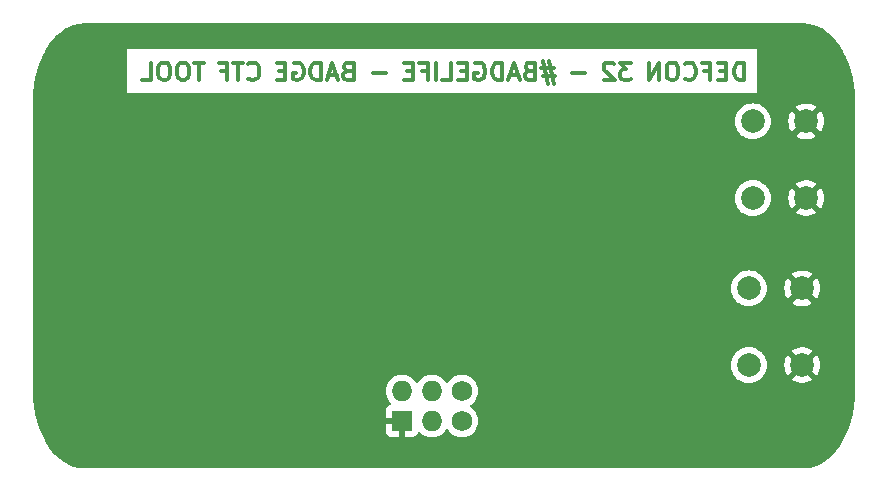
<source format=gbr>
%TF.GenerationSoftware,KiCad,Pcbnew,(7.0.0)*%
%TF.CreationDate,2024-07-03T12:20:39-05:00*%
%TF.ProjectId,DC32H4X0R,44433332-4834-4583-9052-2e6b69636164,rev?*%
%TF.SameCoordinates,Original*%
%TF.FileFunction,Copper,L2,Bot*%
%TF.FilePolarity,Positive*%
%FSLAX46Y46*%
G04 Gerber Fmt 4.6, Leading zero omitted, Abs format (unit mm)*
G04 Created by KiCad (PCBNEW (7.0.0)) date 2024-07-03 12:20:39*
%MOMM*%
%LPD*%
G01*
G04 APERTURE LIST*
%ADD10C,0.300000*%
%TA.AperFunction,NonConductor*%
%ADD11C,0.300000*%
%TD*%
%TA.AperFunction,ComponentPad*%
%ADD12C,1.727200*%
%TD*%
%TA.AperFunction,ComponentPad*%
%ADD13O,1.727200X1.727200*%
%TD*%
%TA.AperFunction,ComponentPad*%
%ADD14R,1.727200X1.727200*%
%TD*%
%TA.AperFunction,ComponentPad*%
%ADD15C,2.000000*%
%TD*%
G04 APERTURE END LIST*
D10*
D11*
X96672857Y-47533571D02*
X96672857Y-46033571D01*
X96672857Y-46033571D02*
X96315714Y-46033571D01*
X96315714Y-46033571D02*
X96101428Y-46105000D01*
X96101428Y-46105000D02*
X95958571Y-46247857D01*
X95958571Y-46247857D02*
X95887142Y-46390714D01*
X95887142Y-46390714D02*
X95815714Y-46676428D01*
X95815714Y-46676428D02*
X95815714Y-46890714D01*
X95815714Y-46890714D02*
X95887142Y-47176428D01*
X95887142Y-47176428D02*
X95958571Y-47319285D01*
X95958571Y-47319285D02*
X96101428Y-47462142D01*
X96101428Y-47462142D02*
X96315714Y-47533571D01*
X96315714Y-47533571D02*
X96672857Y-47533571D01*
X95172857Y-46747857D02*
X94672857Y-46747857D01*
X94458571Y-47533571D02*
X95172857Y-47533571D01*
X95172857Y-47533571D02*
X95172857Y-46033571D01*
X95172857Y-46033571D02*
X94458571Y-46033571D01*
X93315714Y-46747857D02*
X93815714Y-46747857D01*
X93815714Y-47533571D02*
X93815714Y-46033571D01*
X93815714Y-46033571D02*
X93101428Y-46033571D01*
X91672857Y-47390714D02*
X91744285Y-47462142D01*
X91744285Y-47462142D02*
X91958571Y-47533571D01*
X91958571Y-47533571D02*
X92101428Y-47533571D01*
X92101428Y-47533571D02*
X92315714Y-47462142D01*
X92315714Y-47462142D02*
X92458571Y-47319285D01*
X92458571Y-47319285D02*
X92530000Y-47176428D01*
X92530000Y-47176428D02*
X92601428Y-46890714D01*
X92601428Y-46890714D02*
X92601428Y-46676428D01*
X92601428Y-46676428D02*
X92530000Y-46390714D01*
X92530000Y-46390714D02*
X92458571Y-46247857D01*
X92458571Y-46247857D02*
X92315714Y-46105000D01*
X92315714Y-46105000D02*
X92101428Y-46033571D01*
X92101428Y-46033571D02*
X91958571Y-46033571D01*
X91958571Y-46033571D02*
X91744285Y-46105000D01*
X91744285Y-46105000D02*
X91672857Y-46176428D01*
X90744285Y-46033571D02*
X90458571Y-46033571D01*
X90458571Y-46033571D02*
X90315714Y-46105000D01*
X90315714Y-46105000D02*
X90172857Y-46247857D01*
X90172857Y-46247857D02*
X90101428Y-46533571D01*
X90101428Y-46533571D02*
X90101428Y-47033571D01*
X90101428Y-47033571D02*
X90172857Y-47319285D01*
X90172857Y-47319285D02*
X90315714Y-47462142D01*
X90315714Y-47462142D02*
X90458571Y-47533571D01*
X90458571Y-47533571D02*
X90744285Y-47533571D01*
X90744285Y-47533571D02*
X90887143Y-47462142D01*
X90887143Y-47462142D02*
X91030000Y-47319285D01*
X91030000Y-47319285D02*
X91101428Y-47033571D01*
X91101428Y-47033571D02*
X91101428Y-46533571D01*
X91101428Y-46533571D02*
X91030000Y-46247857D01*
X91030000Y-46247857D02*
X90887143Y-46105000D01*
X90887143Y-46105000D02*
X90744285Y-46033571D01*
X89458571Y-47533571D02*
X89458571Y-46033571D01*
X89458571Y-46033571D02*
X88601428Y-47533571D01*
X88601428Y-47533571D02*
X88601428Y-46033571D01*
X87129999Y-46033571D02*
X86201427Y-46033571D01*
X86201427Y-46033571D02*
X86701427Y-46605000D01*
X86701427Y-46605000D02*
X86487142Y-46605000D01*
X86487142Y-46605000D02*
X86344285Y-46676428D01*
X86344285Y-46676428D02*
X86272856Y-46747857D01*
X86272856Y-46747857D02*
X86201427Y-46890714D01*
X86201427Y-46890714D02*
X86201427Y-47247857D01*
X86201427Y-47247857D02*
X86272856Y-47390714D01*
X86272856Y-47390714D02*
X86344285Y-47462142D01*
X86344285Y-47462142D02*
X86487142Y-47533571D01*
X86487142Y-47533571D02*
X86915713Y-47533571D01*
X86915713Y-47533571D02*
X87058570Y-47462142D01*
X87058570Y-47462142D02*
X87129999Y-47390714D01*
X85629999Y-46176428D02*
X85558571Y-46105000D01*
X85558571Y-46105000D02*
X85415714Y-46033571D01*
X85415714Y-46033571D02*
X85058571Y-46033571D01*
X85058571Y-46033571D02*
X84915714Y-46105000D01*
X84915714Y-46105000D02*
X84844285Y-46176428D01*
X84844285Y-46176428D02*
X84772856Y-46319285D01*
X84772856Y-46319285D02*
X84772856Y-46462142D01*
X84772856Y-46462142D02*
X84844285Y-46676428D01*
X84844285Y-46676428D02*
X85701428Y-47533571D01*
X85701428Y-47533571D02*
X84772856Y-47533571D01*
X83230000Y-46962142D02*
X82087143Y-46962142D01*
X80544285Y-46533571D02*
X79472857Y-46533571D01*
X80115714Y-45890714D02*
X80544285Y-47819285D01*
X79615714Y-47176428D02*
X80687142Y-47176428D01*
X80044285Y-47819285D02*
X79615714Y-45890714D01*
X78472857Y-46747857D02*
X78258571Y-46819285D01*
X78258571Y-46819285D02*
X78187142Y-46890714D01*
X78187142Y-46890714D02*
X78115714Y-47033571D01*
X78115714Y-47033571D02*
X78115714Y-47247857D01*
X78115714Y-47247857D02*
X78187142Y-47390714D01*
X78187142Y-47390714D02*
X78258571Y-47462142D01*
X78258571Y-47462142D02*
X78401428Y-47533571D01*
X78401428Y-47533571D02*
X78972857Y-47533571D01*
X78972857Y-47533571D02*
X78972857Y-46033571D01*
X78972857Y-46033571D02*
X78472857Y-46033571D01*
X78472857Y-46033571D02*
X78330000Y-46105000D01*
X78330000Y-46105000D02*
X78258571Y-46176428D01*
X78258571Y-46176428D02*
X78187142Y-46319285D01*
X78187142Y-46319285D02*
X78187142Y-46462142D01*
X78187142Y-46462142D02*
X78258571Y-46605000D01*
X78258571Y-46605000D02*
X78330000Y-46676428D01*
X78330000Y-46676428D02*
X78472857Y-46747857D01*
X78472857Y-46747857D02*
X78972857Y-46747857D01*
X77544285Y-47105000D02*
X76830000Y-47105000D01*
X77687142Y-47533571D02*
X77187142Y-46033571D01*
X77187142Y-46033571D02*
X76687142Y-47533571D01*
X76187143Y-47533571D02*
X76187143Y-46033571D01*
X76187143Y-46033571D02*
X75830000Y-46033571D01*
X75830000Y-46033571D02*
X75615714Y-46105000D01*
X75615714Y-46105000D02*
X75472857Y-46247857D01*
X75472857Y-46247857D02*
X75401428Y-46390714D01*
X75401428Y-46390714D02*
X75330000Y-46676428D01*
X75330000Y-46676428D02*
X75330000Y-46890714D01*
X75330000Y-46890714D02*
X75401428Y-47176428D01*
X75401428Y-47176428D02*
X75472857Y-47319285D01*
X75472857Y-47319285D02*
X75615714Y-47462142D01*
X75615714Y-47462142D02*
X75830000Y-47533571D01*
X75830000Y-47533571D02*
X76187143Y-47533571D01*
X73901428Y-46105000D02*
X74044286Y-46033571D01*
X74044286Y-46033571D02*
X74258571Y-46033571D01*
X74258571Y-46033571D02*
X74472857Y-46105000D01*
X74472857Y-46105000D02*
X74615714Y-46247857D01*
X74615714Y-46247857D02*
X74687143Y-46390714D01*
X74687143Y-46390714D02*
X74758571Y-46676428D01*
X74758571Y-46676428D02*
X74758571Y-46890714D01*
X74758571Y-46890714D02*
X74687143Y-47176428D01*
X74687143Y-47176428D02*
X74615714Y-47319285D01*
X74615714Y-47319285D02*
X74472857Y-47462142D01*
X74472857Y-47462142D02*
X74258571Y-47533571D01*
X74258571Y-47533571D02*
X74115714Y-47533571D01*
X74115714Y-47533571D02*
X73901428Y-47462142D01*
X73901428Y-47462142D02*
X73830000Y-47390714D01*
X73830000Y-47390714D02*
X73830000Y-46890714D01*
X73830000Y-46890714D02*
X74115714Y-46890714D01*
X73187143Y-46747857D02*
X72687143Y-46747857D01*
X72472857Y-47533571D02*
X73187143Y-47533571D01*
X73187143Y-47533571D02*
X73187143Y-46033571D01*
X73187143Y-46033571D02*
X72472857Y-46033571D01*
X71115714Y-47533571D02*
X71830000Y-47533571D01*
X71830000Y-47533571D02*
X71830000Y-46033571D01*
X70615714Y-47533571D02*
X70615714Y-46033571D01*
X69401428Y-46747857D02*
X69901428Y-46747857D01*
X69901428Y-47533571D02*
X69901428Y-46033571D01*
X69901428Y-46033571D02*
X69187142Y-46033571D01*
X68615714Y-46747857D02*
X68115714Y-46747857D01*
X67901428Y-47533571D02*
X68615714Y-47533571D01*
X68615714Y-47533571D02*
X68615714Y-46033571D01*
X68615714Y-46033571D02*
X67901428Y-46033571D01*
X66358571Y-46962142D02*
X65215714Y-46962142D01*
X63101428Y-46747857D02*
X62887142Y-46819285D01*
X62887142Y-46819285D02*
X62815713Y-46890714D01*
X62815713Y-46890714D02*
X62744285Y-47033571D01*
X62744285Y-47033571D02*
X62744285Y-47247857D01*
X62744285Y-47247857D02*
X62815713Y-47390714D01*
X62815713Y-47390714D02*
X62887142Y-47462142D01*
X62887142Y-47462142D02*
X63029999Y-47533571D01*
X63029999Y-47533571D02*
X63601428Y-47533571D01*
X63601428Y-47533571D02*
X63601428Y-46033571D01*
X63601428Y-46033571D02*
X63101428Y-46033571D01*
X63101428Y-46033571D02*
X62958571Y-46105000D01*
X62958571Y-46105000D02*
X62887142Y-46176428D01*
X62887142Y-46176428D02*
X62815713Y-46319285D01*
X62815713Y-46319285D02*
X62815713Y-46462142D01*
X62815713Y-46462142D02*
X62887142Y-46605000D01*
X62887142Y-46605000D02*
X62958571Y-46676428D01*
X62958571Y-46676428D02*
X63101428Y-46747857D01*
X63101428Y-46747857D02*
X63601428Y-46747857D01*
X62172856Y-47105000D02*
X61458571Y-47105000D01*
X62315713Y-47533571D02*
X61815713Y-46033571D01*
X61815713Y-46033571D02*
X61315713Y-47533571D01*
X60815714Y-47533571D02*
X60815714Y-46033571D01*
X60815714Y-46033571D02*
X60458571Y-46033571D01*
X60458571Y-46033571D02*
X60244285Y-46105000D01*
X60244285Y-46105000D02*
X60101428Y-46247857D01*
X60101428Y-46247857D02*
X60029999Y-46390714D01*
X60029999Y-46390714D02*
X59958571Y-46676428D01*
X59958571Y-46676428D02*
X59958571Y-46890714D01*
X59958571Y-46890714D02*
X60029999Y-47176428D01*
X60029999Y-47176428D02*
X60101428Y-47319285D01*
X60101428Y-47319285D02*
X60244285Y-47462142D01*
X60244285Y-47462142D02*
X60458571Y-47533571D01*
X60458571Y-47533571D02*
X60815714Y-47533571D01*
X58529999Y-46105000D02*
X58672857Y-46033571D01*
X58672857Y-46033571D02*
X58887142Y-46033571D01*
X58887142Y-46033571D02*
X59101428Y-46105000D01*
X59101428Y-46105000D02*
X59244285Y-46247857D01*
X59244285Y-46247857D02*
X59315714Y-46390714D01*
X59315714Y-46390714D02*
X59387142Y-46676428D01*
X59387142Y-46676428D02*
X59387142Y-46890714D01*
X59387142Y-46890714D02*
X59315714Y-47176428D01*
X59315714Y-47176428D02*
X59244285Y-47319285D01*
X59244285Y-47319285D02*
X59101428Y-47462142D01*
X59101428Y-47462142D02*
X58887142Y-47533571D01*
X58887142Y-47533571D02*
X58744285Y-47533571D01*
X58744285Y-47533571D02*
X58529999Y-47462142D01*
X58529999Y-47462142D02*
X58458571Y-47390714D01*
X58458571Y-47390714D02*
X58458571Y-46890714D01*
X58458571Y-46890714D02*
X58744285Y-46890714D01*
X57815714Y-46747857D02*
X57315714Y-46747857D01*
X57101428Y-47533571D02*
X57815714Y-47533571D01*
X57815714Y-47533571D02*
X57815714Y-46033571D01*
X57815714Y-46033571D02*
X57101428Y-46033571D01*
X54701428Y-47390714D02*
X54772856Y-47462142D01*
X54772856Y-47462142D02*
X54987142Y-47533571D01*
X54987142Y-47533571D02*
X55129999Y-47533571D01*
X55129999Y-47533571D02*
X55344285Y-47462142D01*
X55344285Y-47462142D02*
X55487142Y-47319285D01*
X55487142Y-47319285D02*
X55558571Y-47176428D01*
X55558571Y-47176428D02*
X55629999Y-46890714D01*
X55629999Y-46890714D02*
X55629999Y-46676428D01*
X55629999Y-46676428D02*
X55558571Y-46390714D01*
X55558571Y-46390714D02*
X55487142Y-46247857D01*
X55487142Y-46247857D02*
X55344285Y-46105000D01*
X55344285Y-46105000D02*
X55129999Y-46033571D01*
X55129999Y-46033571D02*
X54987142Y-46033571D01*
X54987142Y-46033571D02*
X54772856Y-46105000D01*
X54772856Y-46105000D02*
X54701428Y-46176428D01*
X54272856Y-46033571D02*
X53415714Y-46033571D01*
X53844285Y-47533571D02*
X53844285Y-46033571D01*
X52415714Y-46747857D02*
X52915714Y-46747857D01*
X52915714Y-47533571D02*
X52915714Y-46033571D01*
X52915714Y-46033571D02*
X52201428Y-46033571D01*
X50944285Y-46033571D02*
X50087143Y-46033571D01*
X50515714Y-47533571D02*
X50515714Y-46033571D01*
X49301428Y-46033571D02*
X49015714Y-46033571D01*
X49015714Y-46033571D02*
X48872857Y-46105000D01*
X48872857Y-46105000D02*
X48730000Y-46247857D01*
X48730000Y-46247857D02*
X48658571Y-46533571D01*
X48658571Y-46533571D02*
X48658571Y-47033571D01*
X48658571Y-47033571D02*
X48730000Y-47319285D01*
X48730000Y-47319285D02*
X48872857Y-47462142D01*
X48872857Y-47462142D02*
X49015714Y-47533571D01*
X49015714Y-47533571D02*
X49301428Y-47533571D01*
X49301428Y-47533571D02*
X49444286Y-47462142D01*
X49444286Y-47462142D02*
X49587143Y-47319285D01*
X49587143Y-47319285D02*
X49658571Y-47033571D01*
X49658571Y-47033571D02*
X49658571Y-46533571D01*
X49658571Y-46533571D02*
X49587143Y-46247857D01*
X49587143Y-46247857D02*
X49444286Y-46105000D01*
X49444286Y-46105000D02*
X49301428Y-46033571D01*
X47729999Y-46033571D02*
X47444285Y-46033571D01*
X47444285Y-46033571D02*
X47301428Y-46105000D01*
X47301428Y-46105000D02*
X47158571Y-46247857D01*
X47158571Y-46247857D02*
X47087142Y-46533571D01*
X47087142Y-46533571D02*
X47087142Y-47033571D01*
X47087142Y-47033571D02*
X47158571Y-47319285D01*
X47158571Y-47319285D02*
X47301428Y-47462142D01*
X47301428Y-47462142D02*
X47444285Y-47533571D01*
X47444285Y-47533571D02*
X47729999Y-47533571D01*
X47729999Y-47533571D02*
X47872857Y-47462142D01*
X47872857Y-47462142D02*
X48015714Y-47319285D01*
X48015714Y-47319285D02*
X48087142Y-47033571D01*
X48087142Y-47033571D02*
X48087142Y-46533571D01*
X48087142Y-46533571D02*
X48015714Y-46247857D01*
X48015714Y-46247857D02*
X47872857Y-46105000D01*
X47872857Y-46105000D02*
X47729999Y-46033571D01*
X45729999Y-47533571D02*
X46444285Y-47533571D01*
X46444285Y-47533571D02*
X46444285Y-46033571D01*
D12*
%TO.P,X1,5,GPIO1*%
%TO.N,Net-(X1-GPIO1)*%
X72780000Y-73840000D03*
%TO.P,X1,6,GPIO2*%
%TO.N,Net-(X1-GPIO2)*%
X72780000Y-76380000D03*
D13*
%TO.P,X1,3,SDA*%
%TO.N,unconnected-(X1-SDA-Pad3)*%
X70239999Y-73839999D03*
%TO.P,X1,4,SCL*%
%TO.N,unconnected-(X1-SCL-Pad4)*%
X70239999Y-76379999D03*
%TO.P,X1,1,VCC*%
%TO.N,Net-(X1-VCC)*%
X67699999Y-73839999D03*
D14*
%TO.P,X1,2,GND*%
%TO.N,GND*%
X67699999Y-76379999D03*
%TD*%
D15*
%TO.P,SW2,1,1*%
%TO.N,Net-(X1-GPIO2)*%
X97080000Y-65150000D03*
X97080000Y-71650000D03*
%TO.P,SW2,2,2*%
%TO.N,GND*%
X101580000Y-65150000D03*
X101580000Y-71650000D03*
%TD*%
%TO.P,SW1,1,1*%
%TO.N,Net-(X1-GPIO1)*%
X97420000Y-51010000D03*
X97420000Y-57510000D03*
%TO.P,SW1,2,2*%
%TO.N,GND*%
X101920000Y-51010000D03*
X101920000Y-57510000D03*
%TD*%
%TA.AperFunction,Conductor*%
%TO.N,GND*%
G36*
X101753186Y-42716855D02*
G01*
X102179040Y-42749532D01*
X102197554Y-42752372D01*
X102604938Y-42846827D01*
X102622084Y-42852137D01*
X103016544Y-43006404D01*
X103031749Y-43013574D01*
X103411587Y-43225303D01*
X103424583Y-43233649D01*
X103787967Y-43500404D01*
X103798857Y-43509395D01*
X104143395Y-43828561D01*
X104152395Y-43837815D01*
X104424177Y-44148028D01*
X104475411Y-44206506D01*
X104482770Y-44215761D01*
X104781824Y-44631083D01*
X104781831Y-44631092D01*
X104787789Y-44640181D01*
X105060434Y-45098776D01*
X105065245Y-45107677D01*
X105309044Y-45606297D01*
X105312920Y-45615067D01*
X105525297Y-46150800D01*
X105528319Y-46159319D01*
X105707170Y-46728391D01*
X105709487Y-46736783D01*
X105852478Y-47335910D01*
X105854163Y-47344218D01*
X105959012Y-47970376D01*
X105960107Y-47978589D01*
X106024657Y-48628015D01*
X106025199Y-48636223D01*
X106047218Y-49308795D01*
X106047284Y-49312852D01*
X106047284Y-73806434D01*
X106047218Y-73810491D01*
X106025199Y-74483061D01*
X106024657Y-74491269D01*
X105960107Y-75140695D01*
X105959012Y-75148909D01*
X105854164Y-75775057D01*
X105852481Y-75783359D01*
X105709485Y-76382609D01*
X105707166Y-76391006D01*
X105528320Y-76960064D01*
X105525295Y-76968590D01*
X105312921Y-77504216D01*
X105309048Y-77512979D01*
X105065245Y-78011609D01*
X105060440Y-78020500D01*
X104787789Y-78479201D01*
X104781825Y-78488300D01*
X104482781Y-78903607D01*
X104475411Y-78912875D01*
X104152393Y-79281475D01*
X104143403Y-79290717D01*
X103798847Y-79609898D01*
X103787974Y-79618877D01*
X103424598Y-79885722D01*
X103411556Y-79894097D01*
X103031734Y-80105721D01*
X103016569Y-80112873D01*
X102622100Y-80267239D01*
X102604919Y-80272562D01*
X102197557Y-80367011D01*
X102179037Y-80369852D01*
X101753187Y-80402530D01*
X101743700Y-80402893D01*
X40764559Y-80402893D01*
X40755073Y-80402530D01*
X40329170Y-80369852D01*
X40310647Y-80367010D01*
X39903308Y-80272560D01*
X39886151Y-80267247D01*
X39491710Y-80112976D01*
X39476514Y-80105810D01*
X39242627Y-79975470D01*
X39096606Y-79894096D01*
X39083575Y-79885727D01*
X38720192Y-79618877D01*
X38709309Y-79609888D01*
X38364843Y-79290716D01*
X38355864Y-79281485D01*
X38090661Y-78978862D01*
X38032834Y-78912875D01*
X38025472Y-78903617D01*
X37763116Y-78539298D01*
X37726392Y-78488300D01*
X37720429Y-78479203D01*
X37478854Y-78072801D01*
X37447775Y-78020517D01*
X37442966Y-78011618D01*
X37442962Y-78011609D01*
X37199206Y-77512939D01*
X37195364Y-77504247D01*
X37109630Y-77288118D01*
X66336400Y-77288118D01*
X66336753Y-77294714D01*
X66341973Y-77343267D01*
X66345511Y-77358241D01*
X66389947Y-77477377D01*
X66398362Y-77492789D01*
X66473898Y-77593692D01*
X66486307Y-77606101D01*
X66587210Y-77681637D01*
X66602622Y-77690052D01*
X66721758Y-77734488D01*
X66736732Y-77738026D01*
X66785285Y-77743246D01*
X66791882Y-77743600D01*
X67433674Y-77743600D01*
X67446549Y-77740149D01*
X67450000Y-77727274D01*
X67450000Y-76646326D01*
X67446549Y-76633450D01*
X67433674Y-76630000D01*
X66352726Y-76630000D01*
X66339850Y-76633450D01*
X66336400Y-76646326D01*
X66336400Y-77288118D01*
X37109630Y-77288118D01*
X36982875Y-76968577D01*
X36979854Y-76960064D01*
X36800983Y-76390985D01*
X36798671Y-76382609D01*
X36655690Y-75783356D01*
X36654009Y-75775064D01*
X36654008Y-75775057D01*
X36549165Y-75148906D01*
X36548073Y-75140715D01*
X36483560Y-74491233D01*
X36483021Y-74483047D01*
X36461911Y-73840000D01*
X66323198Y-73840000D01*
X66323622Y-73845117D01*
X66341551Y-74061494D01*
X66341552Y-74061502D01*
X66341976Y-74066614D01*
X66343233Y-74071581D01*
X66343235Y-74071588D01*
X66396538Y-74282076D01*
X66397797Y-74287047D01*
X66399857Y-74291743D01*
X66487079Y-74490590D01*
X66487082Y-74490595D01*
X66489139Y-74495285D01*
X66494676Y-74503760D01*
X66610708Y-74681361D01*
X66610711Y-74681365D01*
X66613510Y-74685649D01*
X66616980Y-74689418D01*
X66749150Y-74832994D01*
X66777923Y-74885747D01*
X66778516Y-74945833D01*
X66750789Y-74999143D01*
X66701254Y-75033159D01*
X66602620Y-75069948D01*
X66587210Y-75078362D01*
X66486307Y-75153898D01*
X66473898Y-75166307D01*
X66398362Y-75267210D01*
X66389947Y-75282622D01*
X66345511Y-75401758D01*
X66341973Y-75416732D01*
X66336753Y-75465285D01*
X66336400Y-75471882D01*
X66336400Y-76113674D01*
X66339850Y-76126549D01*
X66352726Y-76130000D01*
X67826000Y-76130000D01*
X67888000Y-76146613D01*
X67933387Y-76192000D01*
X67950000Y-76254000D01*
X67950000Y-77727274D01*
X67953450Y-77740149D01*
X67966326Y-77743600D01*
X68608118Y-77743600D01*
X68614714Y-77743246D01*
X68663267Y-77738026D01*
X68678241Y-77734488D01*
X68797377Y-77690052D01*
X68812789Y-77681637D01*
X68913692Y-77606101D01*
X68926101Y-77593692D01*
X69001637Y-77492789D01*
X69010052Y-77477378D01*
X69047639Y-77376603D01*
X69083590Y-77325389D01*
X69139972Y-77298251D01*
X69202427Y-77302099D01*
X69255052Y-77335953D01*
X69307517Y-77392946D01*
X69486961Y-77532612D01*
X69686945Y-77640839D01*
X69691791Y-77642502D01*
X69691792Y-77642503D01*
X69830299Y-77690052D01*
X69902015Y-77714672D01*
X70126305Y-77752100D01*
X70348562Y-77752100D01*
X70353695Y-77752100D01*
X70577985Y-77714672D01*
X70793055Y-77640839D01*
X70993039Y-77532612D01*
X71172483Y-77392946D01*
X71326490Y-77225649D01*
X71406190Y-77103658D01*
X71450982Y-77062424D01*
X71510000Y-77047479D01*
X71569018Y-77062424D01*
X71613809Y-77103658D01*
X71690704Y-77221356D01*
X71690711Y-77221365D01*
X71693510Y-77225649D01*
X71847517Y-77392946D01*
X72026961Y-77532612D01*
X72226945Y-77640839D01*
X72231791Y-77642502D01*
X72231792Y-77642503D01*
X72370299Y-77690052D01*
X72442015Y-77714672D01*
X72666305Y-77752100D01*
X72888562Y-77752100D01*
X72893695Y-77752100D01*
X73117985Y-77714672D01*
X73333055Y-77640839D01*
X73533039Y-77532612D01*
X73712483Y-77392946D01*
X73866490Y-77225649D01*
X73990861Y-77035285D01*
X74082203Y-76827047D01*
X74138024Y-76606614D01*
X74156802Y-76380000D01*
X74138024Y-76153386D01*
X74082203Y-75932953D01*
X73990861Y-75724715D01*
X73866490Y-75534351D01*
X73712483Y-75367054D01*
X73533039Y-75227388D01*
X73517640Y-75219054D01*
X73470136Y-75173474D01*
X73452659Y-75110000D01*
X73470136Y-75046526D01*
X73517641Y-75000945D01*
X73533039Y-74992612D01*
X73712483Y-74852946D01*
X73866490Y-74685649D01*
X73990861Y-74495285D01*
X74082203Y-74287047D01*
X74138024Y-74066614D01*
X74156802Y-73840000D01*
X74138024Y-73613386D01*
X74082203Y-73392953D01*
X73990861Y-73184715D01*
X73866490Y-72994351D01*
X73712483Y-72827054D01*
X73578959Y-72723129D01*
X73537085Y-72690537D01*
X73537084Y-72690536D01*
X73533039Y-72687388D01*
X73469304Y-72652896D01*
X73337557Y-72581597D01*
X73337553Y-72581595D01*
X73333055Y-72579161D01*
X73328214Y-72577499D01*
X73328207Y-72577496D01*
X73122834Y-72506992D01*
X73122826Y-72506990D01*
X73117985Y-72505328D01*
X73112938Y-72504485D01*
X73112931Y-72504484D01*
X72898756Y-72468744D01*
X72898749Y-72468743D01*
X72893695Y-72467900D01*
X72666305Y-72467900D01*
X72661251Y-72468743D01*
X72661243Y-72468744D01*
X72447068Y-72504484D01*
X72447058Y-72504486D01*
X72442015Y-72505328D01*
X72437176Y-72506989D01*
X72437165Y-72506992D01*
X72231792Y-72577496D01*
X72231781Y-72577500D01*
X72226945Y-72579161D01*
X72222451Y-72581593D01*
X72222442Y-72581597D01*
X72031469Y-72684948D01*
X72031465Y-72684950D01*
X72026961Y-72687388D01*
X72022921Y-72690532D01*
X72022914Y-72690537D01*
X71851564Y-72823903D01*
X71851556Y-72823910D01*
X71847517Y-72827054D01*
X71844047Y-72830822D01*
X71844043Y-72830827D01*
X71696980Y-72990581D01*
X71696977Y-72990584D01*
X71693510Y-72994351D01*
X71690714Y-72998630D01*
X71690702Y-72998646D01*
X71613807Y-73116342D01*
X71569016Y-73157575D01*
X71509998Y-73172520D01*
X71450981Y-73157574D01*
X71406190Y-73116341D01*
X71329295Y-72998643D01*
X71329289Y-72998635D01*
X71326490Y-72994351D01*
X71172483Y-72827054D01*
X71038959Y-72723129D01*
X70997085Y-72690537D01*
X70997084Y-72690536D01*
X70993039Y-72687388D01*
X70929304Y-72652896D01*
X70797557Y-72581597D01*
X70797553Y-72581595D01*
X70793055Y-72579161D01*
X70788214Y-72577499D01*
X70788207Y-72577496D01*
X70582834Y-72506992D01*
X70582826Y-72506990D01*
X70577985Y-72505328D01*
X70572938Y-72504485D01*
X70572931Y-72504484D01*
X70358756Y-72468744D01*
X70358749Y-72468743D01*
X70353695Y-72467900D01*
X70126305Y-72467900D01*
X70121251Y-72468743D01*
X70121243Y-72468744D01*
X69907068Y-72504484D01*
X69907058Y-72504486D01*
X69902015Y-72505328D01*
X69897176Y-72506989D01*
X69897165Y-72506992D01*
X69691792Y-72577496D01*
X69691781Y-72577500D01*
X69686945Y-72579161D01*
X69682451Y-72581593D01*
X69682442Y-72581597D01*
X69491469Y-72684948D01*
X69491465Y-72684950D01*
X69486961Y-72687388D01*
X69482921Y-72690532D01*
X69482914Y-72690537D01*
X69311564Y-72823903D01*
X69311556Y-72823910D01*
X69307517Y-72827054D01*
X69304047Y-72830822D01*
X69304043Y-72830827D01*
X69156980Y-72990581D01*
X69156977Y-72990584D01*
X69153510Y-72994351D01*
X69150714Y-72998630D01*
X69150702Y-72998646D01*
X69073807Y-73116342D01*
X69029016Y-73157575D01*
X68969998Y-73172520D01*
X68910981Y-73157574D01*
X68866190Y-73116341D01*
X68789295Y-72998643D01*
X68789289Y-72998635D01*
X68786490Y-72994351D01*
X68632483Y-72827054D01*
X68498959Y-72723129D01*
X68457085Y-72690537D01*
X68457084Y-72690536D01*
X68453039Y-72687388D01*
X68389304Y-72652896D01*
X68257557Y-72581597D01*
X68257553Y-72581595D01*
X68253055Y-72579161D01*
X68248214Y-72577499D01*
X68248207Y-72577496D01*
X68042834Y-72506992D01*
X68042826Y-72506990D01*
X68037985Y-72505328D01*
X68032938Y-72504485D01*
X68032931Y-72504484D01*
X67818756Y-72468744D01*
X67818749Y-72468743D01*
X67813695Y-72467900D01*
X67586305Y-72467900D01*
X67581251Y-72468743D01*
X67581243Y-72468744D01*
X67367068Y-72504484D01*
X67367058Y-72504486D01*
X67362015Y-72505328D01*
X67357176Y-72506989D01*
X67357165Y-72506992D01*
X67151792Y-72577496D01*
X67151781Y-72577500D01*
X67146945Y-72579161D01*
X67142451Y-72581593D01*
X67142442Y-72581597D01*
X66951469Y-72684948D01*
X66951465Y-72684950D01*
X66946961Y-72687388D01*
X66942921Y-72690532D01*
X66942914Y-72690537D01*
X66771564Y-72823903D01*
X66771556Y-72823910D01*
X66767517Y-72827054D01*
X66764047Y-72830822D01*
X66764043Y-72830827D01*
X66616980Y-72990581D01*
X66616977Y-72990584D01*
X66613510Y-72994351D01*
X66610715Y-72998628D01*
X66610708Y-72998638D01*
X66511819Y-73150000D01*
X66489139Y-73184715D01*
X66487084Y-73189399D01*
X66487079Y-73189409D01*
X66430000Y-73319537D01*
X66397797Y-73392953D01*
X66396539Y-73397918D01*
X66396538Y-73397923D01*
X66343235Y-73608411D01*
X66343233Y-73608420D01*
X66341976Y-73613386D01*
X66341552Y-73618495D01*
X66341551Y-73618505D01*
X66325810Y-73808475D01*
X66323198Y-73840000D01*
X36461911Y-73840000D01*
X36460943Y-73810512D01*
X36460876Y-73806444D01*
X36460876Y-71650000D01*
X95566835Y-71650000D01*
X95585465Y-71886711D01*
X95640895Y-72117594D01*
X95642756Y-72122087D01*
X95642758Y-72122093D01*
X95729894Y-72332460D01*
X95729898Y-72332468D01*
X95731760Y-72336963D01*
X95752407Y-72370656D01*
X95853277Y-72535261D01*
X95853282Y-72535268D01*
X95855824Y-72539416D01*
X95858984Y-72543115D01*
X95858987Y-72543120D01*
X95888347Y-72577496D01*
X96010031Y-72719969D01*
X96190584Y-72874176D01*
X96194734Y-72876719D01*
X96194738Y-72876722D01*
X96243989Y-72906903D01*
X96393037Y-72998240D01*
X96397536Y-73000103D01*
X96397539Y-73000105D01*
X96469790Y-73030032D01*
X96612406Y-73089105D01*
X96843289Y-73144535D01*
X97080000Y-73163165D01*
X97316711Y-73144535D01*
X97547594Y-73089105D01*
X97766963Y-72998240D01*
X97969416Y-72874176D01*
X97970503Y-72873248D01*
X100715749Y-72873248D01*
X100723855Y-72884439D01*
X100752717Y-72906903D01*
X100761279Y-72912496D01*
X100970885Y-73025929D01*
X100980239Y-73030032D01*
X101205656Y-73107417D01*
X101215568Y-73109928D01*
X101450643Y-73149155D01*
X101460839Y-73150000D01*
X101699161Y-73150000D01*
X101709356Y-73149155D01*
X101944431Y-73109928D01*
X101954343Y-73107417D01*
X102179760Y-73030032D01*
X102189114Y-73025929D01*
X102398723Y-72912495D01*
X102407281Y-72906903D01*
X102436146Y-72884437D01*
X102444250Y-72873250D01*
X102437589Y-72861142D01*
X101591542Y-72015095D01*
X101580000Y-72008431D01*
X101568457Y-72015095D01*
X100722408Y-72861143D01*
X100715749Y-72873248D01*
X97970503Y-72873248D01*
X98149969Y-72719969D01*
X98304176Y-72539416D01*
X98428240Y-72336963D01*
X98519105Y-72117594D01*
X98574535Y-71886711D01*
X98592762Y-71655117D01*
X100075283Y-71655117D01*
X100094962Y-71892618D01*
X100096646Y-71902712D01*
X100155153Y-72133747D01*
X100158472Y-72143414D01*
X100254208Y-72361673D01*
X100259070Y-72370656D01*
X100348999Y-72508304D01*
X100356963Y-72516024D01*
X100366345Y-72510100D01*
X101214904Y-71661542D01*
X101221568Y-71650000D01*
X101938431Y-71650000D01*
X101945095Y-71661542D01*
X102793653Y-72510100D01*
X102803034Y-72516024D01*
X102811002Y-72508299D01*
X102900924Y-72370664D01*
X102905792Y-72361669D01*
X103001527Y-72143414D01*
X103004846Y-72133747D01*
X103063353Y-71902712D01*
X103065037Y-71892618D01*
X103084717Y-71655117D01*
X103084717Y-71644883D01*
X103065037Y-71407381D01*
X103063353Y-71397287D01*
X103004846Y-71166252D01*
X103001527Y-71156585D01*
X102905792Y-70938330D01*
X102900924Y-70929335D01*
X102811002Y-70791699D01*
X102803034Y-70783974D01*
X102793653Y-70789898D01*
X101945095Y-71638457D01*
X101938431Y-71650000D01*
X101221568Y-71650000D01*
X101214904Y-71638457D01*
X100366345Y-70789898D01*
X100356964Y-70783974D01*
X100348997Y-70791699D01*
X100259072Y-70929338D01*
X100254207Y-70938328D01*
X100158472Y-71156585D01*
X100155153Y-71166252D01*
X100096646Y-71397287D01*
X100094962Y-71407381D01*
X100075283Y-71644883D01*
X100075283Y-71655117D01*
X98592762Y-71655117D01*
X98593165Y-71650000D01*
X98574535Y-71413289D01*
X98519105Y-71182406D01*
X98428240Y-70963037D01*
X98347202Y-70830796D01*
X98306722Y-70764738D01*
X98306719Y-70764734D01*
X98304176Y-70760584D01*
X98149969Y-70580031D01*
X98146268Y-70576870D01*
X97973120Y-70428987D01*
X97973115Y-70428984D01*
X97970499Y-70426749D01*
X100715748Y-70426749D01*
X100722408Y-70438855D01*
X101568457Y-71284904D01*
X101580000Y-71291568D01*
X101591542Y-71284904D01*
X102437590Y-70438855D01*
X102444250Y-70426749D01*
X102436143Y-70415559D01*
X102407286Y-70393099D01*
X102398719Y-70387503D01*
X102189114Y-70274070D01*
X102179760Y-70269967D01*
X101954343Y-70192582D01*
X101944431Y-70190071D01*
X101709356Y-70150844D01*
X101699161Y-70150000D01*
X101460839Y-70150000D01*
X101450643Y-70150844D01*
X101215568Y-70190071D01*
X101205656Y-70192582D01*
X100980239Y-70269967D01*
X100970885Y-70274070D01*
X100761276Y-70387504D01*
X100752717Y-70393096D01*
X100723854Y-70415560D01*
X100715748Y-70426749D01*
X97970499Y-70426749D01*
X97969416Y-70425824D01*
X97965268Y-70423282D01*
X97965261Y-70423277D01*
X97837175Y-70344786D01*
X97766963Y-70301760D01*
X97762468Y-70299898D01*
X97762460Y-70299894D01*
X97552093Y-70212758D01*
X97552087Y-70212756D01*
X97547594Y-70210895D01*
X97542865Y-70209759D01*
X97542860Y-70209758D01*
X97321444Y-70156601D01*
X97321440Y-70156600D01*
X97316711Y-70155465D01*
X97311858Y-70155083D01*
X97084854Y-70137217D01*
X97080000Y-70136835D01*
X97075146Y-70137217D01*
X96848141Y-70155083D01*
X96848139Y-70155083D01*
X96843289Y-70155465D01*
X96838561Y-70156599D01*
X96838555Y-70156601D01*
X96617139Y-70209758D01*
X96617130Y-70209760D01*
X96612406Y-70210895D01*
X96607916Y-70212754D01*
X96607906Y-70212758D01*
X96397539Y-70299894D01*
X96397526Y-70299900D01*
X96393037Y-70301760D01*
X96388883Y-70304305D01*
X96388882Y-70304306D01*
X96194738Y-70423277D01*
X96194725Y-70423286D01*
X96190584Y-70425824D01*
X96186889Y-70428979D01*
X96186879Y-70428987D01*
X96013731Y-70576870D01*
X96013724Y-70576876D01*
X96010031Y-70580031D01*
X96006876Y-70583724D01*
X96006870Y-70583731D01*
X95858987Y-70756879D01*
X95858979Y-70756889D01*
X95855824Y-70760584D01*
X95853286Y-70764725D01*
X95853277Y-70764738D01*
X95734306Y-70958882D01*
X95731760Y-70963037D01*
X95729900Y-70967526D01*
X95729894Y-70967539D01*
X95642758Y-71177906D01*
X95642754Y-71177916D01*
X95640895Y-71182406D01*
X95639760Y-71187130D01*
X95639758Y-71187139D01*
X95586601Y-71408555D01*
X95586599Y-71408561D01*
X95585465Y-71413289D01*
X95566835Y-71650000D01*
X36460876Y-71650000D01*
X36460876Y-65150000D01*
X95566835Y-65150000D01*
X95585465Y-65386711D01*
X95640895Y-65617594D01*
X95642756Y-65622087D01*
X95642758Y-65622093D01*
X95729894Y-65832460D01*
X95729898Y-65832468D01*
X95731760Y-65836963D01*
X95752407Y-65870656D01*
X95853277Y-66035261D01*
X95853282Y-66035268D01*
X95855824Y-66039416D01*
X95858984Y-66043115D01*
X95858987Y-66043120D01*
X96006870Y-66216268D01*
X96010031Y-66219969D01*
X96190584Y-66374176D01*
X96194734Y-66376719D01*
X96194738Y-66376722D01*
X96243989Y-66406903D01*
X96393037Y-66498240D01*
X96397536Y-66500103D01*
X96397539Y-66500105D01*
X96469790Y-66530032D01*
X96612406Y-66589105D01*
X96843289Y-66644535D01*
X97080000Y-66663165D01*
X97316711Y-66644535D01*
X97547594Y-66589105D01*
X97766963Y-66498240D01*
X97969416Y-66374176D01*
X97970503Y-66373248D01*
X100715749Y-66373248D01*
X100723855Y-66384439D01*
X100752717Y-66406903D01*
X100761279Y-66412496D01*
X100970885Y-66525929D01*
X100980239Y-66530032D01*
X101205656Y-66607417D01*
X101215568Y-66609928D01*
X101450643Y-66649155D01*
X101460839Y-66650000D01*
X101699161Y-66650000D01*
X101709356Y-66649155D01*
X101944431Y-66609928D01*
X101954343Y-66607417D01*
X102179760Y-66530032D01*
X102189114Y-66525929D01*
X102398723Y-66412495D01*
X102407281Y-66406903D01*
X102436146Y-66384437D01*
X102444250Y-66373250D01*
X102437589Y-66361142D01*
X101591542Y-65515095D01*
X101580000Y-65508431D01*
X101568457Y-65515095D01*
X100722408Y-66361143D01*
X100715749Y-66373248D01*
X97970503Y-66373248D01*
X98149969Y-66219969D01*
X98304176Y-66039416D01*
X98428240Y-65836963D01*
X98519105Y-65617594D01*
X98574535Y-65386711D01*
X98592762Y-65155117D01*
X100075283Y-65155117D01*
X100094962Y-65392618D01*
X100096646Y-65402712D01*
X100155153Y-65633747D01*
X100158472Y-65643414D01*
X100254208Y-65861673D01*
X100259070Y-65870656D01*
X100348999Y-66008304D01*
X100356963Y-66016024D01*
X100366345Y-66010100D01*
X101214904Y-65161542D01*
X101221567Y-65150000D01*
X101938431Y-65150000D01*
X101945095Y-65161542D01*
X102793653Y-66010100D01*
X102803034Y-66016024D01*
X102811002Y-66008299D01*
X102900924Y-65870664D01*
X102905792Y-65861669D01*
X103001527Y-65643414D01*
X103004846Y-65633747D01*
X103063353Y-65402712D01*
X103065037Y-65392618D01*
X103084717Y-65155117D01*
X103084717Y-65144883D01*
X103065037Y-64907381D01*
X103063353Y-64897287D01*
X103004846Y-64666252D01*
X103001527Y-64656585D01*
X102905792Y-64438330D01*
X102900924Y-64429335D01*
X102811002Y-64291699D01*
X102803034Y-64283974D01*
X102793653Y-64289898D01*
X101945095Y-65138457D01*
X101938431Y-65150000D01*
X101221567Y-65150000D01*
X101221568Y-65149999D01*
X101214904Y-65138457D01*
X100366345Y-64289898D01*
X100356964Y-64283974D01*
X100348997Y-64291699D01*
X100259072Y-64429338D01*
X100254207Y-64438328D01*
X100158472Y-64656585D01*
X100155153Y-64666252D01*
X100096646Y-64897287D01*
X100094962Y-64907381D01*
X100075283Y-65144883D01*
X100075283Y-65155117D01*
X98592762Y-65155117D01*
X98593165Y-65150000D01*
X98574535Y-64913289D01*
X98519105Y-64682406D01*
X98428240Y-64463037D01*
X98347202Y-64330796D01*
X98306722Y-64264738D01*
X98306719Y-64264734D01*
X98304176Y-64260584D01*
X98149969Y-64080031D01*
X98146268Y-64076870D01*
X97973120Y-63928987D01*
X97973115Y-63928984D01*
X97970499Y-63926749D01*
X100715748Y-63926749D01*
X100722408Y-63938855D01*
X101568457Y-64784904D01*
X101579999Y-64791568D01*
X101591542Y-64784904D01*
X102437590Y-63938855D01*
X102444250Y-63926749D01*
X102436143Y-63915559D01*
X102407286Y-63893099D01*
X102398719Y-63887503D01*
X102189114Y-63774070D01*
X102179760Y-63769967D01*
X101954343Y-63692582D01*
X101944431Y-63690071D01*
X101709356Y-63650844D01*
X101699161Y-63650000D01*
X101460839Y-63650000D01*
X101450643Y-63650844D01*
X101215568Y-63690071D01*
X101205656Y-63692582D01*
X100980239Y-63769967D01*
X100970885Y-63774070D01*
X100761276Y-63887504D01*
X100752717Y-63893096D01*
X100723854Y-63915560D01*
X100715748Y-63926749D01*
X97970499Y-63926749D01*
X97969416Y-63925824D01*
X97965268Y-63923282D01*
X97965261Y-63923277D01*
X97837175Y-63844786D01*
X97766963Y-63801760D01*
X97762468Y-63799898D01*
X97762460Y-63799894D01*
X97552093Y-63712758D01*
X97552087Y-63712756D01*
X97547594Y-63710895D01*
X97542865Y-63709759D01*
X97542860Y-63709758D01*
X97321444Y-63656601D01*
X97321440Y-63656600D01*
X97316711Y-63655465D01*
X97311858Y-63655083D01*
X97084854Y-63637217D01*
X97080000Y-63636835D01*
X97075146Y-63637217D01*
X96848141Y-63655083D01*
X96848139Y-63655083D01*
X96843289Y-63655465D01*
X96838561Y-63656599D01*
X96838555Y-63656601D01*
X96617139Y-63709758D01*
X96617130Y-63709760D01*
X96612406Y-63710895D01*
X96607916Y-63712754D01*
X96607906Y-63712758D01*
X96397539Y-63799894D01*
X96397526Y-63799900D01*
X96393037Y-63801760D01*
X96388883Y-63804305D01*
X96388882Y-63804306D01*
X96194738Y-63923277D01*
X96194725Y-63923286D01*
X96190584Y-63925824D01*
X96186889Y-63928979D01*
X96186879Y-63928987D01*
X96013731Y-64076870D01*
X96013724Y-64076876D01*
X96010031Y-64080031D01*
X96006876Y-64083724D01*
X96006870Y-64083731D01*
X95858987Y-64256879D01*
X95858979Y-64256889D01*
X95855824Y-64260584D01*
X95853286Y-64264725D01*
X95853277Y-64264738D01*
X95734306Y-64458882D01*
X95731760Y-64463037D01*
X95729900Y-64467526D01*
X95729894Y-64467539D01*
X95642758Y-64677906D01*
X95642754Y-64677916D01*
X95640895Y-64682406D01*
X95639760Y-64687130D01*
X95639758Y-64687139D01*
X95586601Y-64908555D01*
X95586599Y-64908561D01*
X95585465Y-64913289D01*
X95566835Y-65150000D01*
X36460876Y-65150000D01*
X36460876Y-57510000D01*
X95906835Y-57510000D01*
X95925465Y-57746711D01*
X95980895Y-57977594D01*
X95982756Y-57982087D01*
X95982758Y-57982093D01*
X96069894Y-58192460D01*
X96069898Y-58192468D01*
X96071760Y-58196963D01*
X96092407Y-58230656D01*
X96193277Y-58395261D01*
X96193282Y-58395268D01*
X96195824Y-58399416D01*
X96198984Y-58403115D01*
X96198987Y-58403120D01*
X96346870Y-58576268D01*
X96350031Y-58579969D01*
X96530584Y-58734176D01*
X96534734Y-58736719D01*
X96534738Y-58736722D01*
X96583989Y-58766903D01*
X96733037Y-58858240D01*
X96737536Y-58860103D01*
X96737539Y-58860105D01*
X96809790Y-58890032D01*
X96952406Y-58949105D01*
X97183289Y-59004535D01*
X97420000Y-59023165D01*
X97656711Y-59004535D01*
X97887594Y-58949105D01*
X98106963Y-58858240D01*
X98309416Y-58734176D01*
X98310503Y-58733248D01*
X101055749Y-58733248D01*
X101063855Y-58744439D01*
X101092717Y-58766903D01*
X101101279Y-58772496D01*
X101310885Y-58885929D01*
X101320239Y-58890032D01*
X101545656Y-58967417D01*
X101555568Y-58969928D01*
X101790643Y-59009155D01*
X101800839Y-59010000D01*
X102039161Y-59010000D01*
X102049356Y-59009155D01*
X102284431Y-58969928D01*
X102294343Y-58967417D01*
X102519760Y-58890032D01*
X102529114Y-58885929D01*
X102738723Y-58772495D01*
X102747281Y-58766903D01*
X102776146Y-58744437D01*
X102784250Y-58733250D01*
X102777589Y-58721142D01*
X101931542Y-57875095D01*
X101920000Y-57868431D01*
X101908457Y-57875095D01*
X101062408Y-58721143D01*
X101055749Y-58733248D01*
X98310503Y-58733248D01*
X98489969Y-58579969D01*
X98644176Y-58399416D01*
X98768240Y-58196963D01*
X98859105Y-57977594D01*
X98914535Y-57746711D01*
X98932762Y-57515117D01*
X100415283Y-57515117D01*
X100434962Y-57752618D01*
X100436646Y-57762712D01*
X100495153Y-57993747D01*
X100498472Y-58003414D01*
X100594208Y-58221673D01*
X100599070Y-58230656D01*
X100688999Y-58368304D01*
X100696963Y-58376024D01*
X100706345Y-58370100D01*
X101554904Y-57521542D01*
X101561568Y-57510000D01*
X101561567Y-57509999D01*
X102278431Y-57509999D01*
X102285095Y-57521542D01*
X103133653Y-58370100D01*
X103143034Y-58376024D01*
X103151002Y-58368299D01*
X103240924Y-58230664D01*
X103245792Y-58221669D01*
X103341527Y-58003414D01*
X103344846Y-57993747D01*
X103403353Y-57762712D01*
X103405037Y-57752618D01*
X103424717Y-57515117D01*
X103424717Y-57504883D01*
X103405037Y-57267381D01*
X103403353Y-57257287D01*
X103344846Y-57026252D01*
X103341527Y-57016585D01*
X103245792Y-56798330D01*
X103240924Y-56789335D01*
X103151002Y-56651699D01*
X103143034Y-56643974D01*
X103133653Y-56649898D01*
X102285095Y-57498457D01*
X102278431Y-57509999D01*
X101561567Y-57509999D01*
X101554904Y-57498457D01*
X100706345Y-56649898D01*
X100696964Y-56643974D01*
X100688997Y-56651699D01*
X100599072Y-56789338D01*
X100594207Y-56798328D01*
X100498472Y-57016585D01*
X100495153Y-57026252D01*
X100436646Y-57257287D01*
X100434962Y-57267381D01*
X100415283Y-57504883D01*
X100415283Y-57515117D01*
X98932762Y-57515117D01*
X98933165Y-57510000D01*
X98914535Y-57273289D01*
X98859105Y-57042406D01*
X98768240Y-56823037D01*
X98687202Y-56690796D01*
X98646722Y-56624738D01*
X98646719Y-56624734D01*
X98644176Y-56620584D01*
X98489969Y-56440031D01*
X98486268Y-56436870D01*
X98313120Y-56288987D01*
X98313115Y-56288984D01*
X98310499Y-56286749D01*
X101055748Y-56286749D01*
X101062408Y-56298855D01*
X101908457Y-57144904D01*
X101920000Y-57151568D01*
X101931542Y-57144904D01*
X102777590Y-56298855D01*
X102784250Y-56286749D01*
X102776143Y-56275559D01*
X102747286Y-56253099D01*
X102738719Y-56247503D01*
X102529114Y-56134070D01*
X102519760Y-56129967D01*
X102294343Y-56052582D01*
X102284431Y-56050071D01*
X102049356Y-56010844D01*
X102039161Y-56010000D01*
X101800839Y-56010000D01*
X101790643Y-56010844D01*
X101555568Y-56050071D01*
X101545656Y-56052582D01*
X101320239Y-56129967D01*
X101310885Y-56134070D01*
X101101276Y-56247504D01*
X101092717Y-56253096D01*
X101063854Y-56275560D01*
X101055748Y-56286749D01*
X98310499Y-56286749D01*
X98309416Y-56285824D01*
X98305268Y-56283282D01*
X98305261Y-56283277D01*
X98177175Y-56204786D01*
X98106963Y-56161760D01*
X98102468Y-56159898D01*
X98102460Y-56159894D01*
X97892093Y-56072758D01*
X97892087Y-56072756D01*
X97887594Y-56070895D01*
X97882865Y-56069759D01*
X97882860Y-56069758D01*
X97661444Y-56016601D01*
X97661440Y-56016600D01*
X97656711Y-56015465D01*
X97651858Y-56015083D01*
X97424854Y-55997217D01*
X97420000Y-55996835D01*
X97415146Y-55997217D01*
X97188141Y-56015083D01*
X97188139Y-56015083D01*
X97183289Y-56015465D01*
X97178561Y-56016599D01*
X97178555Y-56016601D01*
X96957139Y-56069758D01*
X96957130Y-56069760D01*
X96952406Y-56070895D01*
X96947916Y-56072754D01*
X96947906Y-56072758D01*
X96737539Y-56159894D01*
X96737526Y-56159900D01*
X96733037Y-56161760D01*
X96728883Y-56164305D01*
X96728882Y-56164306D01*
X96534738Y-56283277D01*
X96534725Y-56283286D01*
X96530584Y-56285824D01*
X96526889Y-56288979D01*
X96526879Y-56288987D01*
X96353731Y-56436870D01*
X96353724Y-56436876D01*
X96350031Y-56440031D01*
X96346876Y-56443724D01*
X96346870Y-56443731D01*
X96198987Y-56616879D01*
X96198979Y-56616889D01*
X96195824Y-56620584D01*
X96193286Y-56624725D01*
X96193277Y-56624738D01*
X96074306Y-56818882D01*
X96071760Y-56823037D01*
X96069900Y-56827526D01*
X96069894Y-56827539D01*
X95982758Y-57037906D01*
X95982754Y-57037916D01*
X95980895Y-57042406D01*
X95979760Y-57047130D01*
X95979758Y-57047139D01*
X95926601Y-57268555D01*
X95926599Y-57268561D01*
X95925465Y-57273289D01*
X95906835Y-57510000D01*
X36460876Y-57510000D01*
X36460876Y-51010000D01*
X95906835Y-51010000D01*
X95925465Y-51246711D01*
X95980895Y-51477594D01*
X95982756Y-51482087D01*
X95982758Y-51482093D01*
X96069894Y-51692460D01*
X96069898Y-51692468D01*
X96071760Y-51696963D01*
X96092407Y-51730656D01*
X96193277Y-51895261D01*
X96193282Y-51895268D01*
X96195824Y-51899416D01*
X96198984Y-51903115D01*
X96198987Y-51903120D01*
X96346870Y-52076268D01*
X96350031Y-52079969D01*
X96530584Y-52234176D01*
X96534734Y-52236719D01*
X96534738Y-52236722D01*
X96583989Y-52266903D01*
X96733037Y-52358240D01*
X96737536Y-52360103D01*
X96737539Y-52360105D01*
X96809790Y-52390032D01*
X96952406Y-52449105D01*
X97183289Y-52504535D01*
X97420000Y-52523165D01*
X97656711Y-52504535D01*
X97887594Y-52449105D01*
X98106963Y-52358240D01*
X98309416Y-52234176D01*
X98310503Y-52233248D01*
X101055749Y-52233248D01*
X101063855Y-52244439D01*
X101092717Y-52266903D01*
X101101279Y-52272496D01*
X101310885Y-52385929D01*
X101320239Y-52390032D01*
X101545656Y-52467417D01*
X101555568Y-52469928D01*
X101790643Y-52509155D01*
X101800839Y-52510000D01*
X102039161Y-52510000D01*
X102049356Y-52509155D01*
X102284431Y-52469928D01*
X102294343Y-52467417D01*
X102519760Y-52390032D01*
X102529114Y-52385929D01*
X102738723Y-52272495D01*
X102747281Y-52266903D01*
X102776146Y-52244437D01*
X102784250Y-52233250D01*
X102777589Y-52221142D01*
X101931542Y-51375095D01*
X101920000Y-51368431D01*
X101908457Y-51375095D01*
X101062408Y-52221143D01*
X101055749Y-52233248D01*
X98310503Y-52233248D01*
X98489969Y-52079969D01*
X98644176Y-51899416D01*
X98768240Y-51696963D01*
X98859105Y-51477594D01*
X98914535Y-51246711D01*
X98932762Y-51015117D01*
X100415283Y-51015117D01*
X100434962Y-51252618D01*
X100436646Y-51262712D01*
X100495153Y-51493747D01*
X100498472Y-51503414D01*
X100594208Y-51721673D01*
X100599070Y-51730656D01*
X100688999Y-51868304D01*
X100696963Y-51876024D01*
X100706345Y-51870100D01*
X101554904Y-51021542D01*
X101561568Y-51010000D01*
X102278431Y-51010000D01*
X102285095Y-51021542D01*
X103133653Y-51870100D01*
X103143034Y-51876024D01*
X103151002Y-51868299D01*
X103240924Y-51730664D01*
X103245792Y-51721669D01*
X103341527Y-51503414D01*
X103344846Y-51493747D01*
X103403353Y-51262712D01*
X103405037Y-51252618D01*
X103424717Y-51015117D01*
X103424717Y-51004883D01*
X103405037Y-50767381D01*
X103403353Y-50757287D01*
X103344846Y-50526252D01*
X103341527Y-50516585D01*
X103245792Y-50298330D01*
X103240924Y-50289335D01*
X103151002Y-50151699D01*
X103143034Y-50143974D01*
X103133653Y-50149898D01*
X102285095Y-50998457D01*
X102278431Y-51010000D01*
X101561568Y-51010000D01*
X101554904Y-50998457D01*
X100706345Y-50149898D01*
X100696964Y-50143974D01*
X100688997Y-50151699D01*
X100599072Y-50289338D01*
X100594207Y-50298328D01*
X100498472Y-50516585D01*
X100495153Y-50526252D01*
X100436646Y-50757287D01*
X100434962Y-50767381D01*
X100415283Y-51004883D01*
X100415283Y-51015117D01*
X98932762Y-51015117D01*
X98933165Y-51010000D01*
X98914535Y-50773289D01*
X98859105Y-50542406D01*
X98768240Y-50323037D01*
X98687202Y-50190796D01*
X98646722Y-50124738D01*
X98646719Y-50124734D01*
X98644176Y-50120584D01*
X98489969Y-49940031D01*
X98486268Y-49936870D01*
X98313120Y-49788987D01*
X98313115Y-49788984D01*
X98310499Y-49786749D01*
X101055748Y-49786749D01*
X101062408Y-49798855D01*
X101908457Y-50644904D01*
X101919999Y-50651568D01*
X101931542Y-50644904D01*
X102777590Y-49798855D01*
X102784250Y-49786749D01*
X102776143Y-49775559D01*
X102747286Y-49753099D01*
X102738719Y-49747503D01*
X102529114Y-49634070D01*
X102519760Y-49629967D01*
X102294343Y-49552582D01*
X102284431Y-49550071D01*
X102049356Y-49510844D01*
X102039161Y-49510000D01*
X101800839Y-49510000D01*
X101790643Y-49510844D01*
X101555568Y-49550071D01*
X101545656Y-49552582D01*
X101320239Y-49629967D01*
X101310885Y-49634070D01*
X101101276Y-49747504D01*
X101092717Y-49753096D01*
X101063854Y-49775560D01*
X101055748Y-49786749D01*
X98310499Y-49786749D01*
X98309416Y-49785824D01*
X98305268Y-49783282D01*
X98305261Y-49783277D01*
X98177175Y-49704786D01*
X98106963Y-49661760D01*
X98102468Y-49659898D01*
X98102460Y-49659894D01*
X97892093Y-49572758D01*
X97892087Y-49572756D01*
X97887594Y-49570895D01*
X97882865Y-49569759D01*
X97882860Y-49569758D01*
X97661444Y-49516601D01*
X97661440Y-49516600D01*
X97656711Y-49515465D01*
X97651858Y-49515083D01*
X97424854Y-49497217D01*
X97420000Y-49496835D01*
X97415146Y-49497217D01*
X97188141Y-49515083D01*
X97188139Y-49515083D01*
X97183289Y-49515465D01*
X97178561Y-49516599D01*
X97178555Y-49516601D01*
X96957139Y-49569758D01*
X96957130Y-49569760D01*
X96952406Y-49570895D01*
X96947916Y-49572754D01*
X96947906Y-49572758D01*
X96737539Y-49659894D01*
X96737526Y-49659900D01*
X96733037Y-49661760D01*
X96728883Y-49664305D01*
X96728882Y-49664306D01*
X96534738Y-49783277D01*
X96534725Y-49783286D01*
X96530584Y-49785824D01*
X96526889Y-49788979D01*
X96526879Y-49788987D01*
X96353731Y-49936870D01*
X96353724Y-49936876D01*
X96350031Y-49940031D01*
X96346876Y-49943724D01*
X96346870Y-49943731D01*
X96198987Y-50116879D01*
X96198979Y-50116889D01*
X96195824Y-50120584D01*
X96193286Y-50124725D01*
X96193277Y-50124738D01*
X96074306Y-50318882D01*
X96071760Y-50323037D01*
X96069900Y-50327526D01*
X96069894Y-50327539D01*
X95982758Y-50537906D01*
X95982754Y-50537916D01*
X95980895Y-50542406D01*
X95979760Y-50547130D01*
X95979758Y-50547139D01*
X95926601Y-50768555D01*
X95926599Y-50768561D01*
X95925465Y-50773289D01*
X95906835Y-51010000D01*
X36460876Y-51010000D01*
X36460876Y-49312845D01*
X36460943Y-49308776D01*
X36483021Y-48636332D01*
X36483561Y-48628147D01*
X36483574Y-48628015D01*
X36548071Y-47978583D01*
X36549162Y-47970394D01*
X36654012Y-47344207D01*
X36655689Y-47335937D01*
X36798676Y-46736751D01*
X36800978Y-46728416D01*
X36979855Y-46159319D01*
X36982876Y-46150805D01*
X37195364Y-45615037D01*
X37199210Y-45606335D01*
X37442966Y-45107667D01*
X37447763Y-45098791D01*
X37573555Y-44887214D01*
X44414356Y-44887214D01*
X44414356Y-48582786D01*
X97736460Y-48582786D01*
X97752786Y-48582786D01*
X97752786Y-44887214D01*
X44414356Y-44887214D01*
X37573555Y-44887214D01*
X37720442Y-44640157D01*
X37726380Y-44631100D01*
X38025485Y-44215751D01*
X38032827Y-44206517D01*
X38355877Y-43837786D01*
X38364834Y-43828575D01*
X38709312Y-43509395D01*
X38720194Y-43500408D01*
X39083582Y-43233648D01*
X39096579Y-43225303D01*
X39476525Y-43013568D01*
X39491699Y-43006412D01*
X39886159Y-42852134D01*
X39903300Y-42846826D01*
X40310655Y-42752372D01*
X40329161Y-42749533D01*
X40755072Y-42716856D01*
X40764559Y-42716493D01*
X40767909Y-42716493D01*
X101743700Y-42716493D01*
X101753186Y-42716855D01*
G37*
%TD.AperFunction*%
%TD*%
M02*

</source>
